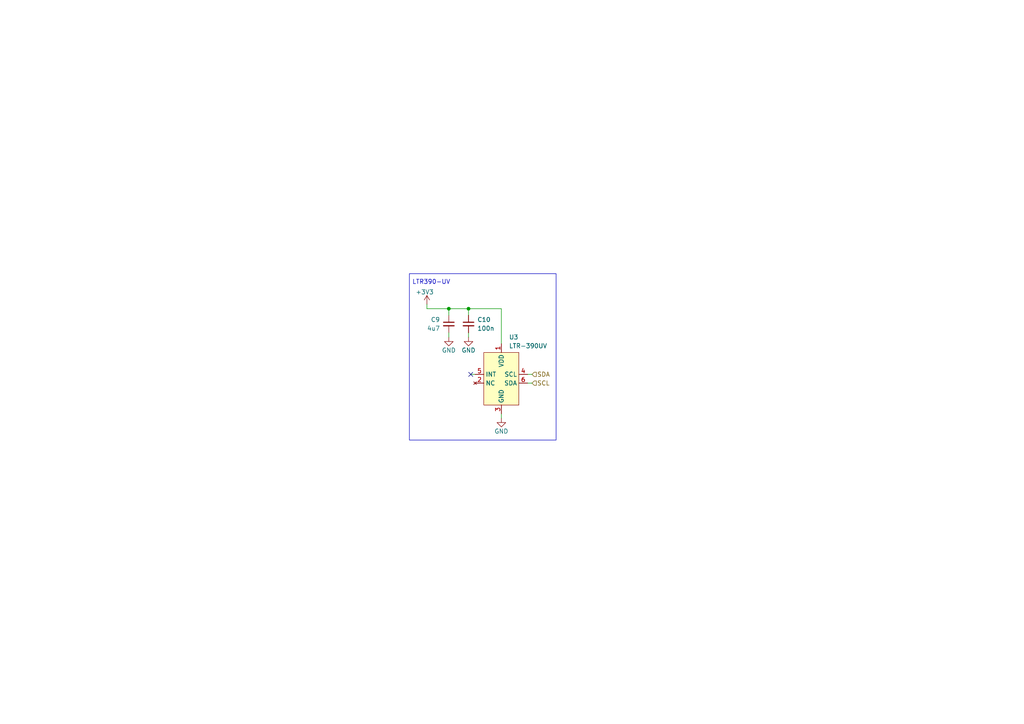
<source format=kicad_sch>
(kicad_sch (version 20231120) (generator "eeschema") (generator_version "8.0")
  (paper "A4")
  (lib_symbols
    (symbol "Device:C_Small" (pin_numbers hide) (pin_names (offset 0.254) hide)
      (property "Reference" "C" (at 0.254 1.778 0))
      (property "Value" "C_Small" (at 0.254 -2.032 0))
      (symbol "C_Small_0_1"
        (polyline (pts (xy -1.524 -0.508) (xy 1.524 -0.508)) (stroke (width 0.3302)))
        (polyline (pts (xy -1.524 0.508) (xy 1.524 0.508)) (stroke (width 0.3048)))
      )
      (symbol "C_Small_1_1"
        (pin passive line (at 0 2.54 270) (length 2.032) (name "~") (number "1"))
        (pin passive line (at 0 -2.54 90) (length 2.032) (name "~") (number "2"))
      )
    )
    (symbol "ProjectSymbols:LTR-390UV"
      (property "Reference" "U" (at 3.048 6.35 0))
      (property "Value" "LTR-390UV" (at 7.874 3.81 0))
      (symbol "LTR-390UV_1_1"
        (rectangle (start -5.08 2.54) (end 5.08 -12.7) (fill (type background)))
        (pin power_in line (at 0 5.08 270) (length 2.54) (name "VDD") (number "1"))
        (pin no_connect line (at -7.62 -6.35 0) (length 2.54) (name "NC") (number "2"))
        (pin power_in line (at 0 -15.24 90) (length 2.54) (name "GND") (number "3"))
        (pin bidirectional line (at 7.62 -3.81 180) (length 2.54) (name "SCL") (number "4"))
        (pin input line (at -7.62 -3.81 0) (length 2.54) (name "INT") (number "5"))
        (pin bidirectional line (at 7.62 -6.35 180) (length 2.54) (name "SDA") (number "6"))
      )
    )
    (symbol "power:+3V3" (power) (pin_names (offset 0))
      (property "Value" "+3V3" (at 0 3.556 0))
      (symbol "+3V3_0_1"
        (polyline (pts (xy -0.762 1.27) (xy 0 2.54)))
        (polyline (pts (xy 0 0) (xy 0 2.54)))
        (polyline (pts (xy 0 2.54) (xy 0.762 1.27)))
      )
      (symbol "+3V3_1_1"
        (pin power_in line (at 0 0 90) (length 0) hide (name "+3V3") (number "1"))
      )
    )
    (symbol "power:GND" (power) (pin_names (offset 0))
      (property "Value" "GND" (at 0 -3.81 0))
      (symbol "GND_0_1"
        (polyline (pts (xy 0 0) (xy 0 -1.27) (xy 1.27 -1.27) (xy 0 -2.54) (xy -1.27 -1.27) (xy 0 -1.27)))
      )
      (symbol "GND_1_1"
        (pin power_in line (at 0 0 270) (length 0) hide (name "GND") (number "1"))
      )
    )
  )
  (junction (at 130.175 89.535))
  (junction (at 135.89 89.535))
  (no_connect (at 136.525 108.585))
  (wire (pts (xy 130.175 97.79) (xy 130.175 96.52)))
  (wire (pts (xy 135.89 89.535) (xy 130.175 89.535)))
  (wire (pts (xy 136.525 108.585) (xy 137.795 108.585)))
  (wire (pts (xy 130.175 89.535) (xy 123.825 89.535)))
  (wire (pts (xy 123.825 89.535) (xy 123.825 88.265)))
  (wire (pts (xy 154.305 111.125) (xy 153.035 111.125)))
  (wire (pts (xy 135.89 89.535) (xy 145.415 89.535)))
  (wire (pts (xy 145.415 89.535) (xy 145.415 99.695)))
  (wire (pts (xy 145.415 121.285) (xy 145.415 120.015)))
  (wire (pts (xy 135.89 91.44) (xy 135.89 89.535)))
  (wire (pts (xy 130.175 91.44) (xy 130.175 89.535)))
  (wire (pts (xy 135.89 97.79) (xy 135.89 96.52)))
  (wire (pts (xy 154.305 108.585) (xy 153.035 108.585)))
  (rectangle (start 118.745 79.375) (end 161.29 127.635))
  (text "LTR390-UV" (at 125.095 81.915 0) (effects (font (size 1.27 1.27))))
  (hierarchical_label "SCL" (shape input) (at 154.305 111.125 0))
  (hierarchical_label "SDA" (shape input) (at 154.305 108.585 0))
  (symbol (lib_id "ProjectSymbols:LTR-390UV") (at 145.415 104.775 0) (unit 1)
    (property "Reference" "U3" (at 147.6091 97.79 0) (effects (justify left)))
    (property "Value" "LTR-390UV" (at 147.6091 100.33 0) (effects (justify left)))
    (property "Footprint" "ProjectFootprints:LTR390UV01" (effects (hide yes)))
    (property "Datasheet" "https://www.mouser.de/datasheet/3/281/1/LTR-390UV_Final_%20DS_V1%201.pdf" (effects (hide yes)))
    (property "MNR" "LTR-390UV-01 " (effects (hide yes)))
    (property "LCSC" "C492374" (effects (hide yes)))
  )
  (symbol (lib_id "power:+3V3") (at 123.825 88.265 0) (unit 1)
    (property "Reference" "#PWR49" (effects (hide yes)))
    (property "Value" "+3V3" (at 120.523 84.709 0) (effects (justify left)))
  )
  (symbol (lib_id "power:GND") (at 130.175 97.79 0) (unit 1)
    (property "Reference" "#PWR50" (effects (hide yes)))
    (property "Value" "GND" (at 130.175 101.6 0))
  )
  (symbol (lib_id "Device:C_Small") (at 135.89 93.98 0) (unit 1)
    (property "Reference" "C10" (at 138.43 92.7162 0) (effects (justify left)))
    (property "Value" "100n" (at 138.43 95.2562 0) (effects (justify left)))
    (property "Footprint" "Capacitor_SMD:C_0603_1608Metric" (effects (hide yes)))
    (property "Datasheet" "https://www.mouser.de/datasheet/2/281/1/GCM188R91E104KA37_04A-3144793.pdf" (effects (hide yes)))
    (property "Description" "Unpolarized capacitor, small symbol" (effects (hide yes)))
    (property "MNR" "81-GCM188R91E104KA7D" (effects (hide yes)))
    (property "LCSC" "C1591" (effects (hide yes)))
  )
  (symbol (lib_id "power:GND") (at 135.89 97.79 0) (unit 1)
    (property "Reference" "#PWR51" (effects (hide yes)))
    (property "Value" "GND" (at 135.89 101.6 0))
  )
  (symbol (lib_id "Device:C_Small") (at 130.175 93.98 0) (mirror y) (unit 1)
    (property "Reference" "C9" (at 127.635 92.7162 0) (effects (justify left)))
    (property "Value" "4u7" (at 127.635 95.2562 0) (effects (justify left)))
    (property "Footprint" "Capacitor_SMD:C_0603_1608Metric" (effects (hide yes)))
    (property "Datasheet" "https://www.mouser.de/datasheet/2/281/1/GCM188R91E104KA37_04A-3144793.pdf" (effects (hide yes)))
    (property "Description" "Unpolarized capacitor, small symbol" (effects (hide yes)))
    (property "MNR" "81-GRM188R61E475KE1D " (effects (hide yes)))
    (property "LCSC" "C1705" (effects (hide yes)))
  )
  (symbol (lib_id "power:GND") (at 145.415 121.285 0) (unit 1)
    (property "Reference" "#PWR52" (effects (hide yes)))
    (property "Value" "GND" (at 145.415 125.095 0))
  )
)
</source>
